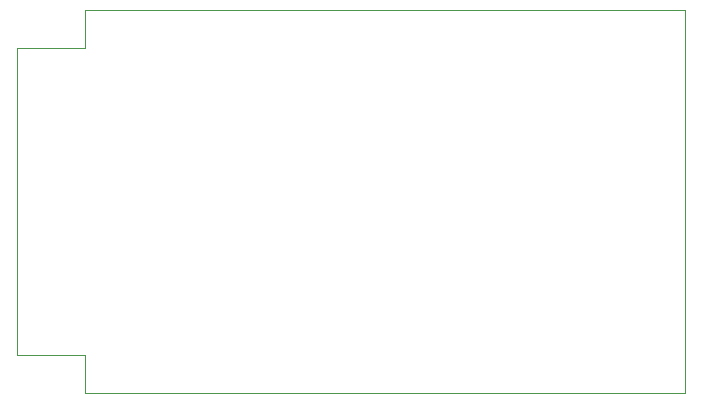
<source format=gbr>
G04 #@! TF.GenerationSoftware,KiCad,Pcbnew,5.1.5+dfsg1-2build2*
G04 #@! TF.CreationDate,2021-05-15T15:28:44-07:00*
G04 #@! TF.ProjectId,preamp-board-v5,70726561-6d70-42d6-926f-6172642d7635,rev?*
G04 #@! TF.SameCoordinates,Original*
G04 #@! TF.FileFunction,Profile,NP*
%FSLAX46Y46*%
G04 Gerber Fmt 4.6, Leading zero omitted, Abs format (unit mm)*
G04 Created by KiCad (PCBNEW 5.1.5+dfsg1-2build2) date 2021-05-15 15:28:44*
%MOMM*%
%LPD*%
G04 APERTURE LIST*
%ADD10C,0.100000*%
G04 APERTURE END LIST*
D10*
X641350000Y636905000D02*
X641350000Y633730000D01*
X641350000Y636905000D02*
X635635000Y636905000D01*
X641350000Y662940000D02*
X641350000Y666115000D01*
X635635000Y662940000D02*
X641350000Y662940000D01*
X692150000Y633730000D02*
X641350000Y633730000D01*
X692150000Y666115000D02*
X692150000Y633730000D01*
X641350000Y666115000D02*
X692150000Y666115000D01*
X635635000Y636905000D02*
X635635000Y662940000D01*
M02*

</source>
